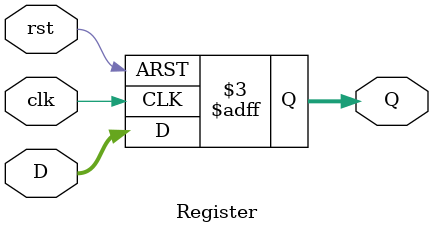
<source format=v>
module Register #(parameter size =4)( clk,rst,D,Q);
input	wire 	[size-1:0] 	 D;
input	wire			 clk,rst;
output reg 	[size-1:0] 	 Q;
 always @(posedge clk or negedge rst)
  begin
   if (!rst)
   	Q<=0;
   else 
   	Q<=D;
  end		
endmodule


</source>
